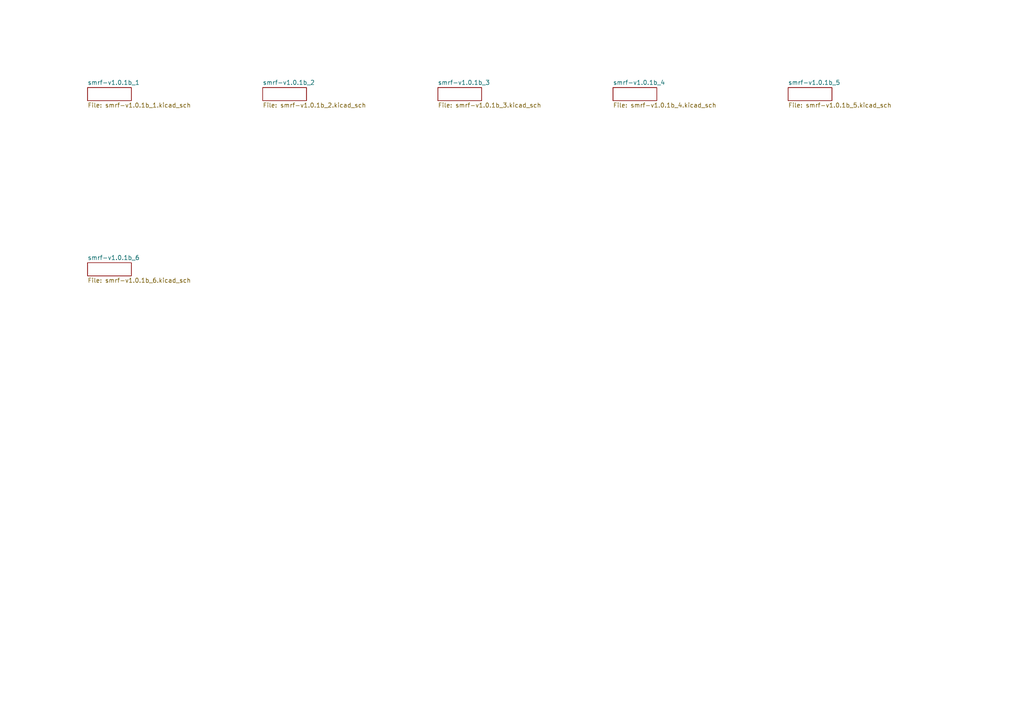
<source format=kicad_sch>
(kicad_sch
	(version 20231120)
	(generator "eeschema")
	(generator_version "8.0")
	(uuid "8c8392a1-1fe6-47d8-a909-fa89f37f0249")
	(paper "A4")
	(lib_symbols)
	(sheet
		(at 76.2 25.4)
		(size 12.7 3.81)
		(fields_autoplaced yes)
		(stroke
			(width 0)
			(type solid)
		)
		(fill
			(color 0 0 0 0.0000)
		)
		(uuid "27c3c57b-3a04-4350-8e58-281996203cd2")
		(property "Sheetname" "smrf-v1.0.1b_2"
			(at 76.2 24.6884 0)
			(effects
				(font
					(size 1.27 1.27)
				)
				(justify left bottom)
			)
		)
		(property "Sheetfile" "smrf-v1.0.1b_2.kicad_sch"
			(at 76.2 29.7946 0)
			(effects
				(font
					(size 1.27 1.27)
				)
				(justify left top)
			)
		)
		(instances
			(project "smrf-v1.0.1b"
				(path "/8c8392a1-1fe6-47d8-a909-fa89f37f0249"
					(page "2")
				)
			)
		)
	)
	(sheet
		(at 127 25.4)
		(size 12.7 3.81)
		(fields_autoplaced yes)
		(stroke
			(width 0)
			(type solid)
		)
		(fill
			(color 0 0 0 0.0000)
		)
		(uuid "5af8b952-742f-463d-ab62-6ac00d87e701")
		(property "Sheetname" "smrf-v1.0.1b_3"
			(at 127 24.6884 0)
			(effects
				(font
					(size 1.27 1.27)
				)
				(justify left bottom)
			)
		)
		(property "Sheetfile" "smrf-v1.0.1b_3.kicad_sch"
			(at 127 29.7946 0)
			(effects
				(font
					(size 1.27 1.27)
				)
				(justify left top)
			)
		)
		(instances
			(project "smrf-v1.0.1b"
				(path "/8c8392a1-1fe6-47d8-a909-fa89f37f0249"
					(page "3")
				)
			)
		)
	)
	(sheet
		(at 25.4 25.4)
		(size 12.7 3.81)
		(fields_autoplaced yes)
		(stroke
			(width 0)
			(type solid)
		)
		(fill
			(color 0 0 0 0.0000)
		)
		(uuid "6d2b52c3-9413-428a-a6ed-3e9cf6e5dc28")
		(property "Sheetname" "smrf-v1.0.1b_1"
			(at 25.4 24.6884 0)
			(effects
				(font
					(size 1.27 1.27)
				)
				(justify left bottom)
			)
		)
		(property "Sheetfile" "smrf-v1.0.1b_1.kicad_sch"
			(at 25.4 29.7946 0)
			(effects
				(font
					(size 1.27 1.27)
				)
				(justify left top)
			)
		)
		(instances
			(project "smrf-v1.0.1b"
				(path "/8c8392a1-1fe6-47d8-a909-fa89f37f0249"
					(page "1")
				)
			)
		)
	)
	(sheet
		(at 228.6 25.4)
		(size 12.7 3.81)
		(fields_autoplaced yes)
		(stroke
			(width 0)
			(type solid)
		)
		(fill
			(color 0 0 0 0.0000)
		)
		(uuid "b6f89ade-0782-4a77-a9e6-a87c0e4f73fc")
		(property "Sheetname" "smrf-v1.0.1b_5"
			(at 228.6 24.6884 0)
			(effects
				(font
					(size 1.27 1.27)
				)
				(justify left bottom)
			)
		)
		(property "Sheetfile" "smrf-v1.0.1b_5.kicad_sch"
			(at 228.6 29.7946 0)
			(effects
				(font
					(size 1.27 1.27)
				)
				(justify left top)
			)
		)
		(instances
			(project "smrf-v1.0.1b"
				(path "/8c8392a1-1fe6-47d8-a909-fa89f37f0249"
					(page "5")
				)
			)
		)
	)
	(sheet
		(at 25.4 76.2)
		(size 12.7 3.81)
		(fields_autoplaced yes)
		(stroke
			(width 0)
			(type solid)
		)
		(fill
			(color 0 0 0 0.0000)
		)
		(uuid "c2a8035e-b21d-4ca6-893b-4130207f7bbb")
		(property "Sheetname" "smrf-v1.0.1b_6"
			(at 25.4 75.4884 0)
			(effects
				(font
					(size 1.27 1.27)
				)
				(justify left bottom)
			)
		)
		(property "Sheetfile" "smrf-v1.0.1b_6.kicad_sch"
			(at 25.4 80.5946 0)
			(effects
				(font
					(size 1.27 1.27)
				)
				(justify left top)
			)
		)
		(instances
			(project "smrf-v1.0.1b"
				(path "/8c8392a1-1fe6-47d8-a909-fa89f37f0249"
					(page "6")
				)
			)
		)
	)
	(sheet
		(at 177.8 25.4)
		(size 12.7 3.81)
		(fields_autoplaced yes)
		(stroke
			(width 0)
			(type solid)
		)
		(fill
			(color 0 0 0 0.0000)
		)
		(uuid "e9f7360a-9722-47c6-b404-542d8ba62ca7")
		(property "Sheetname" "smrf-v1.0.1b_4"
			(at 177.8 24.6884 0)
			(effects
				(font
					(size 1.27 1.27)
				)
				(justify left bottom)
			)
		)
		(property "Sheetfile" "smrf-v1.0.1b_4.kicad_sch"
			(at 177.8 29.7946 0)
			(effects
				(font
					(size 1.27 1.27)
				)
				(justify left top)
			)
		)
		(instances
			(project "smrf-v1.0.1b"
				(path "/8c8392a1-1fe6-47d8-a909-fa89f37f0249"
					(page "4")
				)
			)
		)
	)
	(sheet_instances
		(path "/"
			(page "1")
		)
	)
)

</source>
